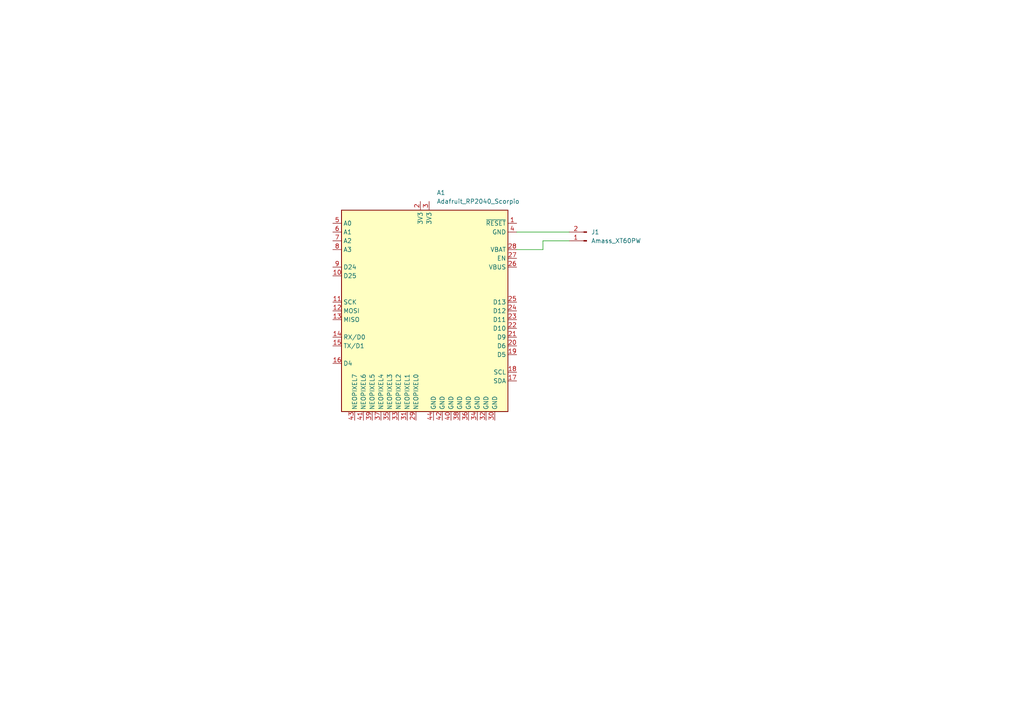
<source format=kicad_sch>
(kicad_sch (version 20230121) (generator eeschema)
  (paper "A4")
  (lib_symbols
    (symbol "Adafruit_RP2040_Scorpio:Adafruit_RP2040_Scorpio"
      (property "Reference" "A" (at -24.13 29.21 0))
      (property "Value" "Adafruit_RP2040_Scorpio" (at 5.08 33.02 0))
      (symbol "Adafruit_RP2040_Scorpio_0_1"
        (rectangle (start -24.13 27.94) (end 24.13 -30.48) (stroke (width 0.254)) (fill (type background)))
      )
      (symbol "Adafruit_RP2040_Scorpio_1_1"
        (pin input line (at 26.67 24.13 180) (length 2.54) (name "~{RESET}") (number "1"))
        (pin bidirectional line (at -26.67 8.89 0) (length 2.54) (name "D25") (number "10"))
        (pin bidirectional line (at -26.67 1.27 0) (length 2.54) (name "SCK") (number "11"))
        (pin bidirectional line (at -26.67 -1.27 0) (length 2.54) (name "MOSI") (number "12"))
        (pin bidirectional line (at -26.67 -3.81 0) (length 2.54) (name "MISO") (number "13"))
        (pin bidirectional line (at -26.67 -8.89 0) (length 2.54) (name "RX/D0") (number "14"))
        (pin bidirectional line (at -26.67 -11.43 0) (length 2.54) (name "TX/D1") (number "15"))
        (pin bidirectional line (at -26.67 -16.51 0) (length 2.54) (name "D4") (number "16"))
        (pin bidirectional line (at 26.67 -21.59 180) (length 2.54) (name "SDA") (number "17"))
        (pin bidirectional line (at 26.67 -19.05 180) (length 2.54) (name "SCL") (number "18"))
        (pin bidirectional line (at 26.67 -13.97 180) (length 2.54) (name "D5") (number "19"))
        (pin power_in line (at -1.27 30.48 270) (length 2.54) (name "3V3") (number "2"))
        (pin bidirectional line (at 26.67 -11.43 180) (length 2.54) (name "D6") (number "20"))
        (pin bidirectional line (at 26.67 -8.89 180) (length 2.54) (name "D9") (number "21"))
        (pin bidirectional line (at 26.67 -6.35 180) (length 2.54) (name "D10") (number "22"))
        (pin bidirectional line (at 26.67 -3.81 180) (length 2.54) (name "D11") (number "23"))
        (pin bidirectional line (at 26.67 -1.27 180) (length 2.54) (name "D12") (number "24"))
        (pin bidirectional line (at 26.67 1.27 180) (length 2.54) (name "D13") (number "25"))
        (pin power_out line (at 26.67 11.43 180) (length 2.54) (name "VBUS") (number "26"))
        (pin input line (at 26.67 13.97 180) (length 2.54) (name "EN") (number "27"))
        (pin power_out line (at 26.67 16.51 180) (length 2.54) (name "VBAT") (number "28"))
        (pin bidirectional line (at -2.54 -33.02 90) (length 2.54) (name "NEOPIXEL0") (number "29"))
        (pin power_in line (at 1.27 30.48 270) (length 2.54) (name "3V3") (number "3"))
        (pin power_in line (at 20.32 -33.02 90) (length 2.54) (name "GND") (number "30"))
        (pin bidirectional line (at -5.08 -33.02 90) (length 2.54) (name "NEOPIXEL1") (number "31"))
        (pin power_in line (at 17.78 -33.02 90) (length 2.54) (name "GND") (number "32"))
        (pin bidirectional line (at -7.62 -33.02 90) (length 2.54) (name "NEOPIXEL2") (number "33"))
        (pin power_in line (at 15.24 -33.02 90) (length 2.54) (name "GND") (number "34"))
        (pin bidirectional line (at -10.16 -33.02 90) (length 2.54) (name "NEOPIXEL3") (number "35"))
        (pin power_in line (at 12.7 -33.02 90) (length 2.54) (name "GND") (number "36"))
        (pin bidirectional line (at -12.7 -33.02 90) (length 2.54) (name "NEOPIXEL4") (number "37"))
        (pin power_in line (at 10.16 -33.02 90) (length 2.54) (name "GND") (number "38"))
        (pin bidirectional line (at -15.24 -33.02 90) (length 2.54) (name "NEOPIXEL5") (number "39"))
        (pin power_in line (at 26.67 21.59 180) (length 2.54) (name "GND") (number "4"))
        (pin power_in line (at 7.62 -33.02 90) (length 2.54) (name "GND") (number "40"))
        (pin bidirectional line (at -17.78 -33.02 90) (length 2.54) (name "NEOPIXEL6") (number "41"))
        (pin power_in line (at 5.08 -33.02 90) (length 2.54) (name "GND") (number "42"))
        (pin bidirectional line (at -20.32 -33.02 90) (length 2.54) (name "NEOPIXEL7") (number "43"))
        (pin power_in line (at 2.54 -33.02 90) (length 2.54) (name "GND") (number "44"))
        (pin bidirectional line (at -26.67 24.13 0) (length 2.54) (name "A0") (number "5"))
        (pin bidirectional line (at -26.67 21.59 0) (length 2.54) (name "A1") (number "6"))
        (pin bidirectional line (at -26.67 19.05 0) (length 2.54) (name "A2") (number "7"))
        (pin bidirectional line (at -26.67 16.51 0) (length 2.54) (name "A3") (number "8"))
        (pin bidirectional line (at -26.67 11.43 0) (length 2.54) (name "D24") (number "9"))
      )
    )
    (symbol "Amass_XT60PW:Amass_XT60PW" (pin_names (offset 1.016) hide)
      (property "Reference" "J" (at -5.08 2.54 0))
      (property "Value" "Amass_XT60PW" (at -2.54 -5.08 0))
      (symbol "Amass_XT60PW_1_1"
        (rectangle (start -4.2164 -2.413) (end -5.08 -2.667) (stroke (width 0.1524)) (fill (type outline)))
        (rectangle (start -4.2164 0.127) (end -5.08 -0.127) (stroke (width 0.1524)) (fill (type outline)))
        (polyline (pts (xy -3.81 -2.54) (xy -4.2164 -2.54)) (stroke (width 0.1524)))
        (polyline (pts (xy -3.81 0) (xy -4.2164 0)) (stroke (width 0.1524)))
        (pin passive line (at 0 0 180) (length 3.81) (name "Pin_1") (number "1"))
        (pin passive line (at 0 -2.54 180) (length 3.81) (name "Pin_2") (number "2"))
      )
    )
  )
  (wire (pts (xy 149.86 72.39) (xy 157.48 72.39)))
  (wire (pts (xy 157.48 69.85) (xy 165.1 69.85)))
  (wire (pts (xy 157.48 72.39) (xy 157.48 69.85)))
  (wire (pts (xy 149.86 67.31) (xy 165.1 67.31)))
  (symbol (lib_id "Amass_XT60PW:Amass_XT60PW") (at 165.1 69.85 180) (unit 1)
    (property "Reference" "J1" (at 171.45 67.31 0) (effects (justify right)))
    (property "Value" "Amass_XT60PW" (at 171.45 69.85 0) (effects (justify right)))
    (property "Footprint" "Amass_XT60PW:Amass_XT60PW" (effects hide))
  )
  (symbol (lib_id "Adafruit_RP2040_Scorpio:Adafruit_RP2040_Scorpio") (at 123.19 88.9 0) (unit 1)
    (property "Reference" "A1" (at 126.6541 55.88 0) (effects (justify left)))
    (property "Value" "Adafruit_RP2040_Scorpio" (at 126.6541 58.42 0) (effects (justify left)))
    (property "Footprint" "Module:Adafruit_RP2040_Scorpio" (effects hide))
    (property "Datasheet" "https://learn.adafruit.com/introducing-feather-rp2040-scorpio" (effects hide))
  )
)
</source>
